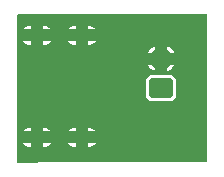
<source format=gbl>
G04 #@! TF.GenerationSoftware,KiCad,Pcbnew,(6.0.0)*
G04 #@! TF.CreationDate,2023-03-26T21:44:28-04:00*
G04 #@! TF.ProjectId,stroboscope_usb_c_0v1,7374726f-626f-4736-936f-70655f757362,rev?*
G04 #@! TF.SameCoordinates,Original*
G04 #@! TF.FileFunction,Copper,L2,Bot*
G04 #@! TF.FilePolarity,Positive*
%FSLAX46Y46*%
G04 Gerber Fmt 4.6, Leading zero omitted, Abs format (unit mm)*
G04 Created by KiCad (PCBNEW (6.0.0)) date 2023-03-26 21:44:28*
%MOMM*%
%LPD*%
G01*
G04 APERTURE LIST*
G04 Aperture macros list*
%AMRoundRect*
0 Rectangle with rounded corners*
0 $1 Rounding radius*
0 $2 $3 $4 $5 $6 $7 $8 $9 X,Y pos of 4 corners*
0 Add a 4 corners polygon primitive as box body*
4,1,4,$2,$3,$4,$5,$6,$7,$8,$9,$2,$3,0*
0 Add four circle primitives for the rounded corners*
1,1,$1+$1,$2,$3*
1,1,$1+$1,$4,$5*
1,1,$1+$1,$6,$7*
1,1,$1+$1,$8,$9*
0 Add four rect primitives between the rounded corners*
20,1,$1+$1,$2,$3,$4,$5,0*
20,1,$1+$1,$4,$5,$6,$7,0*
20,1,$1+$1,$6,$7,$8,$9,0*
20,1,$1+$1,$8,$9,$2,$3,0*%
G04 Aperture macros list end*
G04 #@! TA.AperFunction,ComponentPad*
%ADD10O,2.200000X1.100000*%
G04 #@! TD*
G04 #@! TA.AperFunction,ComponentPad*
%ADD11RoundRect,0.250000X0.750000X-0.600000X0.750000X0.600000X-0.750000X0.600000X-0.750000X-0.600000X0*%
G04 #@! TD*
G04 #@! TA.AperFunction,ComponentPad*
%ADD12O,2.000000X1.700000*%
G04 #@! TD*
G04 APERTURE END LIST*
D10*
X117800000Y-89280000D03*
X117800000Y-97920000D03*
X121600000Y-89280000D03*
X121600000Y-97920000D03*
D11*
X128317800Y-93756800D03*
D12*
X128317800Y-91256800D03*
G04 #@! TA.AperFunction,Conductor*
G36*
X132188121Y-87497602D02*
G01*
X132234614Y-87551258D01*
X132246000Y-87603600D01*
X132246000Y-99851225D01*
X132225998Y-99919346D01*
X132172342Y-99965839D01*
X132120762Y-99977223D01*
X119515506Y-100053388D01*
X116260761Y-100073054D01*
X116192521Y-100053464D01*
X116145705Y-100000090D01*
X116134000Y-99947056D01*
X116134000Y-98423237D01*
X116621358Y-98423237D01*
X116624783Y-98430738D01*
X116733701Y-98541961D01*
X116744560Y-98550818D01*
X116884324Y-98640889D01*
X116896877Y-98647121D01*
X117053127Y-98703991D01*
X117066742Y-98707284D01*
X117195130Y-98723503D01*
X117203020Y-98724000D01*
X117281885Y-98724000D01*
X117297124Y-98719525D01*
X117298329Y-98718135D01*
X117300000Y-98710452D01*
X117300000Y-98705885D01*
X118300000Y-98705885D01*
X118304475Y-98721124D01*
X118305865Y-98722329D01*
X118313548Y-98724000D01*
X118391828Y-98724000D01*
X118398852Y-98723607D01*
X118522253Y-98709766D01*
X118535906Y-98706664D01*
X118692938Y-98651979D01*
X118705571Y-98645926D01*
X118846589Y-98557809D01*
X118857561Y-98549112D01*
X118975555Y-98431939D01*
X118976618Y-98430618D01*
X118978740Y-98423237D01*
X120421358Y-98423237D01*
X120424783Y-98430738D01*
X120533701Y-98541961D01*
X120544560Y-98550818D01*
X120684324Y-98640889D01*
X120696877Y-98647121D01*
X120853127Y-98703991D01*
X120866742Y-98707284D01*
X120995130Y-98723503D01*
X121003020Y-98724000D01*
X121081885Y-98724000D01*
X121097124Y-98719525D01*
X121098329Y-98718135D01*
X121100000Y-98710452D01*
X121100000Y-98705885D01*
X122100000Y-98705885D01*
X122104475Y-98721124D01*
X122105865Y-98722329D01*
X122113548Y-98724000D01*
X122191828Y-98724000D01*
X122198852Y-98723607D01*
X122322253Y-98709766D01*
X122335906Y-98706664D01*
X122492938Y-98651979D01*
X122505571Y-98645926D01*
X122646589Y-98557809D01*
X122657561Y-98549112D01*
X122775555Y-98431939D01*
X122776618Y-98430618D01*
X122779169Y-98421743D01*
X122778979Y-98421580D01*
X122771614Y-98420000D01*
X122118115Y-98420000D01*
X122102876Y-98424475D01*
X122101671Y-98425865D01*
X122100000Y-98433548D01*
X122100000Y-98705885D01*
X121100000Y-98705885D01*
X121100000Y-98438115D01*
X121095525Y-98422876D01*
X121094135Y-98421671D01*
X121086452Y-98420000D01*
X120432383Y-98420000D01*
X120421358Y-98423237D01*
X118978740Y-98423237D01*
X118979169Y-98421743D01*
X118978979Y-98421580D01*
X118971614Y-98420000D01*
X118318115Y-98420000D01*
X118302876Y-98424475D01*
X118301671Y-98425865D01*
X118300000Y-98433548D01*
X118300000Y-98705885D01*
X117300000Y-98705885D01*
X117300000Y-98438115D01*
X117295525Y-98422876D01*
X117294135Y-98421671D01*
X117286452Y-98420000D01*
X116632383Y-98420000D01*
X116621358Y-98423237D01*
X116134000Y-98423237D01*
X116134000Y-97418257D01*
X116620831Y-97418257D01*
X116621021Y-97418420D01*
X116628386Y-97420000D01*
X117281885Y-97420000D01*
X117297124Y-97415525D01*
X117298329Y-97414135D01*
X117300000Y-97406452D01*
X117300000Y-97401885D01*
X118300000Y-97401885D01*
X118304475Y-97417124D01*
X118305865Y-97418329D01*
X118313548Y-97420000D01*
X118967617Y-97420000D01*
X118973554Y-97418257D01*
X120420831Y-97418257D01*
X120421021Y-97418420D01*
X120428386Y-97420000D01*
X121081885Y-97420000D01*
X121097124Y-97415525D01*
X121098329Y-97414135D01*
X121100000Y-97406452D01*
X121100000Y-97401885D01*
X122100000Y-97401885D01*
X122104475Y-97417124D01*
X122105865Y-97418329D01*
X122113548Y-97420000D01*
X122767617Y-97420000D01*
X122778642Y-97416763D01*
X122775217Y-97409262D01*
X122666299Y-97298039D01*
X122655440Y-97289182D01*
X122515676Y-97199111D01*
X122503123Y-97192879D01*
X122346873Y-97136009D01*
X122333258Y-97132716D01*
X122204870Y-97116497D01*
X122196980Y-97116000D01*
X122118115Y-97116000D01*
X122102876Y-97120475D01*
X122101671Y-97121865D01*
X122100000Y-97129548D01*
X122100000Y-97401885D01*
X121100000Y-97401885D01*
X121100000Y-97134115D01*
X121095525Y-97118876D01*
X121094135Y-97117671D01*
X121086452Y-97116000D01*
X121008172Y-97116000D01*
X121001148Y-97116393D01*
X120877747Y-97130234D01*
X120864094Y-97133336D01*
X120707062Y-97188021D01*
X120694429Y-97194074D01*
X120553411Y-97282191D01*
X120542439Y-97290888D01*
X120424445Y-97408061D01*
X120423382Y-97409382D01*
X120420831Y-97418257D01*
X118973554Y-97418257D01*
X118978642Y-97416763D01*
X118975217Y-97409262D01*
X118866299Y-97298039D01*
X118855440Y-97289182D01*
X118715676Y-97199111D01*
X118703123Y-97192879D01*
X118546873Y-97136009D01*
X118533258Y-97132716D01*
X118404870Y-97116497D01*
X118396980Y-97116000D01*
X118318115Y-97116000D01*
X118302876Y-97120475D01*
X118301671Y-97121865D01*
X118300000Y-97129548D01*
X118300000Y-97401885D01*
X117300000Y-97401885D01*
X117300000Y-97134115D01*
X117295525Y-97118876D01*
X117294135Y-97117671D01*
X117286452Y-97116000D01*
X117208172Y-97116000D01*
X117201148Y-97116393D01*
X117077747Y-97130234D01*
X117064094Y-97133336D01*
X116907062Y-97188021D01*
X116894429Y-97194074D01*
X116753411Y-97282191D01*
X116742439Y-97290888D01*
X116624445Y-97408061D01*
X116623382Y-97409382D01*
X116620831Y-97418257D01*
X116134000Y-97418257D01*
X116134000Y-94404556D01*
X127063300Y-94404556D01*
X127070002Y-94466248D01*
X127120729Y-94601564D01*
X127126109Y-94608743D01*
X127126111Y-94608746D01*
X127192087Y-94696777D01*
X127207396Y-94717204D01*
X127214576Y-94722585D01*
X127315854Y-94798489D01*
X127315857Y-94798491D01*
X127323036Y-94803871D01*
X127412754Y-94837504D01*
X127450957Y-94851826D01*
X127450959Y-94851826D01*
X127458352Y-94854598D01*
X127466202Y-94855451D01*
X127466203Y-94855451D01*
X127516647Y-94860931D01*
X127520044Y-94861300D01*
X129115556Y-94861300D01*
X129118953Y-94860931D01*
X129169397Y-94855451D01*
X129169398Y-94855451D01*
X129177248Y-94854598D01*
X129184641Y-94851826D01*
X129184643Y-94851826D01*
X129222846Y-94837504D01*
X129312564Y-94803871D01*
X129319743Y-94798491D01*
X129319746Y-94798489D01*
X129421024Y-94722585D01*
X129428204Y-94717204D01*
X129443513Y-94696777D01*
X129509489Y-94608746D01*
X129509491Y-94608743D01*
X129514871Y-94601564D01*
X129565598Y-94466248D01*
X129572300Y-94404556D01*
X129572300Y-93109044D01*
X129565598Y-93047352D01*
X129514871Y-92912036D01*
X129509491Y-92904857D01*
X129509489Y-92904854D01*
X129433585Y-92803576D01*
X129428204Y-92796396D01*
X129407777Y-92781087D01*
X129319746Y-92715111D01*
X129319743Y-92715109D01*
X129312564Y-92709729D01*
X129222846Y-92676096D01*
X129184643Y-92661774D01*
X129184641Y-92661774D01*
X129177248Y-92659002D01*
X129169398Y-92658149D01*
X129169397Y-92658149D01*
X129118953Y-92652669D01*
X129118952Y-92652669D01*
X129115556Y-92652300D01*
X127520044Y-92652300D01*
X127516648Y-92652669D01*
X127516647Y-92652669D01*
X127466203Y-92658149D01*
X127466202Y-92658149D01*
X127458352Y-92659002D01*
X127450959Y-92661774D01*
X127450957Y-92661774D01*
X127412754Y-92676096D01*
X127323036Y-92709729D01*
X127315857Y-92715109D01*
X127315854Y-92715111D01*
X127227823Y-92781087D01*
X127207396Y-92796396D01*
X127202015Y-92803576D01*
X127126111Y-92904854D01*
X127126109Y-92904857D01*
X127120729Y-92912036D01*
X127070002Y-93047352D01*
X127063300Y-93109044D01*
X127063300Y-94404556D01*
X116134000Y-94404556D01*
X116134000Y-91765415D01*
X127186287Y-91765415D01*
X127203912Y-91804179D01*
X127209859Y-91814521D01*
X127324810Y-91976572D01*
X127332603Y-91985600D01*
X127476121Y-92122989D01*
X127485486Y-92130385D01*
X127652392Y-92238155D01*
X127662988Y-92243648D01*
X127800997Y-92299266D01*
X127815032Y-92300639D01*
X127817800Y-92295871D01*
X127817800Y-92286542D01*
X128817800Y-92286542D01*
X128821773Y-92300073D01*
X128829594Y-92301197D01*
X128873907Y-92288197D01*
X128884983Y-92283767D01*
X129061607Y-92192800D01*
X129071653Y-92186350D01*
X129227886Y-92063629D01*
X129236535Y-92055392D01*
X129366744Y-91905338D01*
X129373673Y-91895625D01*
X129444915Y-91772480D01*
X129448251Y-91758780D01*
X129446977Y-91757775D01*
X129441928Y-91756800D01*
X128835915Y-91756800D01*
X128820676Y-91761275D01*
X128819471Y-91762665D01*
X128817800Y-91770348D01*
X128817800Y-92286542D01*
X127817800Y-92286542D01*
X127817800Y-91774915D01*
X127813325Y-91759676D01*
X127811935Y-91758471D01*
X127804252Y-91756800D01*
X127200485Y-91756800D01*
X127186954Y-91760773D01*
X127186287Y-91765415D01*
X116134000Y-91765415D01*
X116134000Y-90754820D01*
X127187349Y-90754820D01*
X127188623Y-90755825D01*
X127193672Y-90756800D01*
X127799685Y-90756800D01*
X127814924Y-90752325D01*
X127816129Y-90750935D01*
X127817800Y-90743252D01*
X127817800Y-90738685D01*
X128817800Y-90738685D01*
X128822275Y-90753924D01*
X128823665Y-90755129D01*
X128831348Y-90756800D01*
X129435115Y-90756800D01*
X129448646Y-90752827D01*
X129449313Y-90748185D01*
X129431688Y-90709421D01*
X129425741Y-90699079D01*
X129310790Y-90537028D01*
X129302997Y-90528000D01*
X129159479Y-90390611D01*
X129150114Y-90383215D01*
X128983208Y-90275445D01*
X128972612Y-90269952D01*
X128834603Y-90214334D01*
X128820568Y-90212961D01*
X128817800Y-90217729D01*
X128817800Y-90738685D01*
X127817800Y-90738685D01*
X127817800Y-90227058D01*
X127813827Y-90213527D01*
X127806006Y-90212403D01*
X127761693Y-90225403D01*
X127750617Y-90229833D01*
X127573993Y-90320800D01*
X127563947Y-90327250D01*
X127407714Y-90449971D01*
X127399065Y-90458208D01*
X127268856Y-90608262D01*
X127261927Y-90617975D01*
X127190685Y-90741120D01*
X127187349Y-90754820D01*
X116134000Y-90754820D01*
X116134000Y-89783237D01*
X116621358Y-89783237D01*
X116624783Y-89790738D01*
X116733701Y-89901961D01*
X116744560Y-89910818D01*
X116884324Y-90000889D01*
X116896877Y-90007121D01*
X117053127Y-90063991D01*
X117066742Y-90067284D01*
X117195130Y-90083503D01*
X117203020Y-90084000D01*
X117281885Y-90084000D01*
X117297124Y-90079525D01*
X117298329Y-90078135D01*
X117300000Y-90070452D01*
X117300000Y-90065885D01*
X118300000Y-90065885D01*
X118304475Y-90081124D01*
X118305865Y-90082329D01*
X118313548Y-90084000D01*
X118391828Y-90084000D01*
X118398852Y-90083607D01*
X118522253Y-90069766D01*
X118535906Y-90066664D01*
X118692938Y-90011979D01*
X118705571Y-90005926D01*
X118846589Y-89917809D01*
X118857561Y-89909112D01*
X118975555Y-89791939D01*
X118976618Y-89790618D01*
X118978740Y-89783237D01*
X120421358Y-89783237D01*
X120424783Y-89790738D01*
X120533701Y-89901961D01*
X120544560Y-89910818D01*
X120684324Y-90000889D01*
X120696877Y-90007121D01*
X120853127Y-90063991D01*
X120866742Y-90067284D01*
X120995130Y-90083503D01*
X121003020Y-90084000D01*
X121081885Y-90084000D01*
X121097124Y-90079525D01*
X121098329Y-90078135D01*
X121100000Y-90070452D01*
X121100000Y-90065885D01*
X122100000Y-90065885D01*
X122104475Y-90081124D01*
X122105865Y-90082329D01*
X122113548Y-90084000D01*
X122191828Y-90084000D01*
X122198852Y-90083607D01*
X122322253Y-90069766D01*
X122335906Y-90066664D01*
X122492938Y-90011979D01*
X122505571Y-90005926D01*
X122646589Y-89917809D01*
X122657561Y-89909112D01*
X122775555Y-89791939D01*
X122776618Y-89790618D01*
X122779169Y-89781743D01*
X122778979Y-89781580D01*
X122771614Y-89780000D01*
X122118115Y-89780000D01*
X122102876Y-89784475D01*
X122101671Y-89785865D01*
X122100000Y-89793548D01*
X122100000Y-90065885D01*
X121100000Y-90065885D01*
X121100000Y-89798115D01*
X121095525Y-89782876D01*
X121094135Y-89781671D01*
X121086452Y-89780000D01*
X120432383Y-89780000D01*
X120421358Y-89783237D01*
X118978740Y-89783237D01*
X118979169Y-89781743D01*
X118978979Y-89781580D01*
X118971614Y-89780000D01*
X118318115Y-89780000D01*
X118302876Y-89784475D01*
X118301671Y-89785865D01*
X118300000Y-89793548D01*
X118300000Y-90065885D01*
X117300000Y-90065885D01*
X117300000Y-89798115D01*
X117295525Y-89782876D01*
X117294135Y-89781671D01*
X117286452Y-89780000D01*
X116632383Y-89780000D01*
X116621358Y-89783237D01*
X116134000Y-89783237D01*
X116134000Y-88778257D01*
X116620831Y-88778257D01*
X116621021Y-88778420D01*
X116628386Y-88780000D01*
X117281885Y-88780000D01*
X117297124Y-88775525D01*
X117298329Y-88774135D01*
X117300000Y-88766452D01*
X117300000Y-88761885D01*
X118300000Y-88761885D01*
X118304475Y-88777124D01*
X118305865Y-88778329D01*
X118313548Y-88780000D01*
X118967617Y-88780000D01*
X118973554Y-88778257D01*
X120420831Y-88778257D01*
X120421021Y-88778420D01*
X120428386Y-88780000D01*
X121081885Y-88780000D01*
X121097124Y-88775525D01*
X121098329Y-88774135D01*
X121100000Y-88766452D01*
X121100000Y-88761885D01*
X122100000Y-88761885D01*
X122104475Y-88777124D01*
X122105865Y-88778329D01*
X122113548Y-88780000D01*
X122767617Y-88780000D01*
X122778642Y-88776763D01*
X122775217Y-88769262D01*
X122666299Y-88658039D01*
X122655440Y-88649182D01*
X122515676Y-88559111D01*
X122503123Y-88552879D01*
X122346873Y-88496009D01*
X122333258Y-88492716D01*
X122204870Y-88476497D01*
X122196980Y-88476000D01*
X122118115Y-88476000D01*
X122102876Y-88480475D01*
X122101671Y-88481865D01*
X122100000Y-88489548D01*
X122100000Y-88761885D01*
X121100000Y-88761885D01*
X121100000Y-88494115D01*
X121095525Y-88478876D01*
X121094135Y-88477671D01*
X121086452Y-88476000D01*
X121008172Y-88476000D01*
X121001148Y-88476393D01*
X120877747Y-88490234D01*
X120864094Y-88493336D01*
X120707062Y-88548021D01*
X120694429Y-88554074D01*
X120553411Y-88642191D01*
X120542439Y-88650888D01*
X120424445Y-88768061D01*
X120423382Y-88769382D01*
X120420831Y-88778257D01*
X118973554Y-88778257D01*
X118978642Y-88776763D01*
X118975217Y-88769262D01*
X118866299Y-88658039D01*
X118855440Y-88649182D01*
X118715676Y-88559111D01*
X118703123Y-88552879D01*
X118546873Y-88496009D01*
X118533258Y-88492716D01*
X118404870Y-88476497D01*
X118396980Y-88476000D01*
X118318115Y-88476000D01*
X118302876Y-88480475D01*
X118301671Y-88481865D01*
X118300000Y-88489548D01*
X118300000Y-88761885D01*
X117300000Y-88761885D01*
X117300000Y-88494115D01*
X117295525Y-88478876D01*
X117294135Y-88477671D01*
X117286452Y-88476000D01*
X117208172Y-88476000D01*
X117201148Y-88476393D01*
X117077747Y-88490234D01*
X117064094Y-88493336D01*
X116907062Y-88548021D01*
X116894429Y-88554074D01*
X116753411Y-88642191D01*
X116742439Y-88650888D01*
X116624445Y-88768061D01*
X116623382Y-88769382D01*
X116620831Y-88778257D01*
X116134000Y-88778257D01*
X116134000Y-87603600D01*
X116154002Y-87535479D01*
X116207658Y-87488986D01*
X116260000Y-87477600D01*
X132120000Y-87477600D01*
X132188121Y-87497602D01*
G37*
G04 #@! TD.AperFunction*
M02*

</source>
